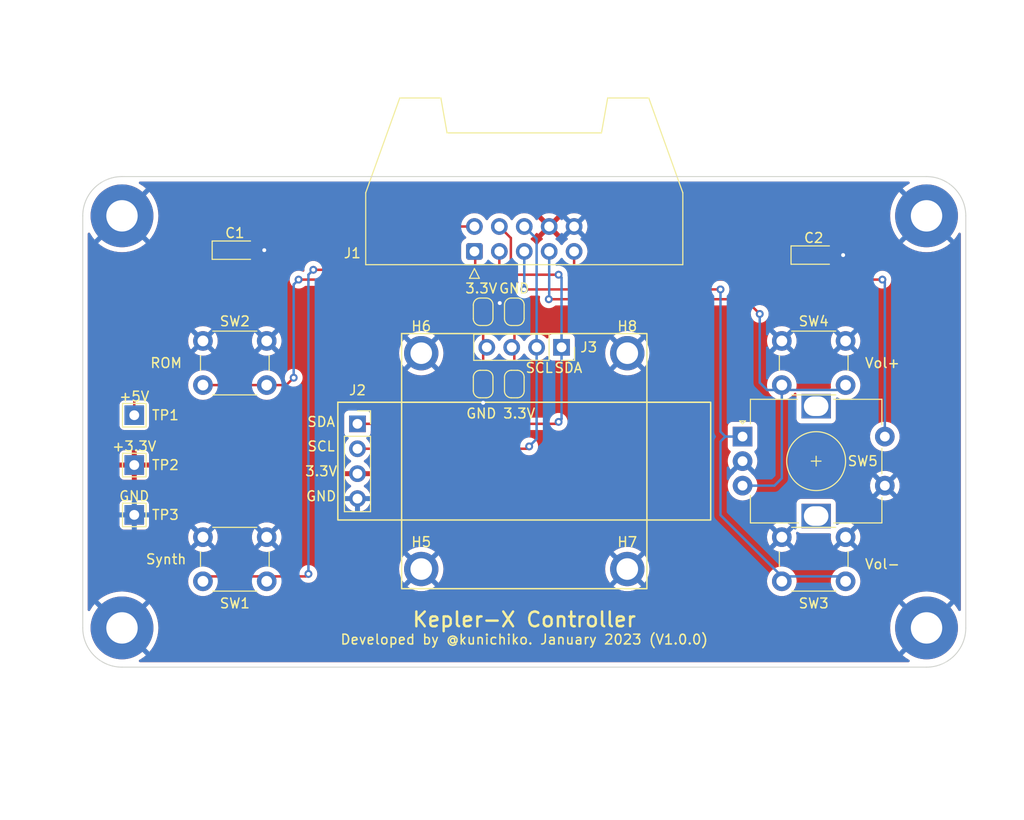
<source format=kicad_pcb>
(kicad_pcb (version 20211014) (generator pcbnew)
  (layers (0 "F.Cu" signal) (31 "B.Cu" signal) (34 "B.Paste" user) (35 "F.Paste" user) (36 "B.SilkS" user "B.Silkscreen") (37 "F.SilkS" user "F.Silkscreen") (38 "B.Mask" user) (39 "F.Mask" user) (44 "Edge.Cuts" user))
  (net 0 "")
  (net 1 "/+5V")
  (net 2 "GND")
  (net 3 "/+3.3V")
  (net 4 "/BTN1")
  (net 5 "/BTN2")
  (net 6 "/SDA")
  (net 7 "/BTN3")
  (net 8 "/SCL")
  (net 9 "/BTN4")
  (net 10 "/BTN_ENC")
  (net 11 "Net-(J3-Pad4)")
  (net 12 "Net-(J3-Pad3)")
  (footprint "Button_Switch_THT:SW_PUSH_6mm" (layer "F.Cu") (at 161.25 76.25)
    (fp_text reference "SW4" (at 3.25 -2) (layer "F.SilkS"))
    (fp_text value "Vol+" (at 10.25 2.25) (layer "F.SilkS"))
    (fp_line (start 1 5.5) (end 5.5 5.5) (layer "F.SilkS") (width 0.12))
    (fp_line (start -0.25 1.5) (end -0.25 3) (layer "F.SilkS") (width 0.12))
    (fp_line (start 5.5 -1) (end 1 -1) (layer "F.SilkS") (width 0.12))
    (fp_line (start 6.75 3) (end 6.75 1.5) (layer "F.SilkS") (width 0.12))
    (pad "1" thru_hole circle (at 0 0 90) (size 2 2) (drill 1.1) (layers *.Cu *.Mask) (net 2 "GND"))
    (pad "1" thru_hole circle (at 6.5 0 90) (size 2 2) (drill 1.1) (layers *.Cu *.Mask) (net 2 "GND"))
    (pad "2" thru_hole circle (at 6.5 4.5 90) (size 2 2) (drill 1.1) (layers *.Cu *.Mask) (net 9 "/BTN4"))
    (pad "2" thru_hole circle (at 0 4.5 90) (size 2 2) (drill 1.1) (layers *.Cu *.Mask) (net 9 "/BTN4"))
  )
  (footprint "TestPoint:TestPoint_THTPad_2.0x2.0mm_Drill1.0mm" (layer "F.Cu") (at 95.25 93.98)
    (fp_text reference "TP3" (at 3.175 0) (layer "F.SilkS"))
    (fp_text value "GND" (at 0 -1.905) (layer "F.SilkS"))
    (fp_line (start -1.2 1.2) (end -1.2 -1.2) (layer "F.SilkS") (width 0.12))
    (fp_line (start 1.2 1.2) (end -1.2 1.2) (layer "F.SilkS") (width 0.12))
    (fp_line (start -1.2 -1.2) (end 1.2 -1.2) (layer "F.SilkS") (width 0.12))
    (fp_line (start 1.2 -1.2) (end 1.2 1.2) (layer "F.SilkS") (width 0.12))
    (pad "1" thru_hole rect (at 0 0) (size 2 2) (drill 1) (layers *.Cu *.Mask) (net 2 "GND"))
  )
  (footprint "MountingHole:MountingHole_2.2mm_M2_ISO7380_Pad" (layer "F.Cu") (at 145.5 77.5)
    (fp_text reference "H8" (at 0 -2.75) (layer "F.SilkS"))
    (fp_text value "MountingHole_Pad")
    (pad "1" thru_hole circle (at 0 0) (size 3.5 3.5) (drill 2.2) (layers *.Cu *.Mask) (net 2 "GND"))
  )
  (footprint "Button_Switch_THT:SW_PUSH_6mm" (layer "F.Cu") (at 102.25 96.25)
    (fp_text reference "SW1" (at 3.25 6.75) (layer "F.SilkS"))
    (fp_text value "Synth" (at -3.75 2.25) (layer "F.SilkS"))
    (fp_line (start -0.25 1.5) (end -0.25 3) (layer "F.SilkS") (width 0.12))
    (fp_line (start 5.5 -1) (end 1 -1) (layer "F.SilkS") (width 0.12))
    (fp_line (start 1 5.5) (end 5.5 5.5) (layer "F.SilkS") (width 0.12))
    (fp_line (start 6.75 3) (end 6.75 1.5) (layer "F.SilkS") (width 0.12))
    (pad "1" thru_hole circle (at 6.5 0 90) (size 2 2) (drill 1.1) (layers *.Cu *.Mask) (net 2 "GND"))
    (pad "1" thru_hole circle (at 0 0 90) (size 2 2) (drill 1.1) (layers *.Cu *.Mask) (net 2 "GND"))
    (pad "2" thru_hole circle (at 0 4.5 90) (size 2 2) (drill 1.1) (layers *.Cu *.Mask) (net 4 "/BTN1"))
    (pad "2" thru_hole circle (at 6.5 4.5 90) (size 2 2) (drill 1.1) (layers *.Cu *.Mask) (net 4 "/BTN1"))
  )
  (footprint "Capacitor_Tantalum_SMD:CP_EIA-3216-10_Kemet-I" (layer "F.Cu") (at 164.5 67.5)
    (fp_text reference "C2" (at 0 -1.75) (layer "F.SilkS"))
    (fp_text value "10uF")
    (fp_line (start -2.31 -0.935) (end -2.31 0.935) (layer "F.SilkS") (width 0.12))
    (fp_line (start 1.6 -0.935) (end -2.31 -0.935) (layer "F.SilkS") (width 0.12))
    (fp_line (start -2.31 0.935) (end 1.6 0.935) (layer "F.SilkS") (width 0.12))
    (pad "1" smd roundrect (at -1.35 0) (size 1.4 1.35) (layers "F.Cu" "F.Paste" "F.Mask") (roundrect_rratio 0.1851851852) (net 3 "/+3.3V"))
    (pad "2" smd roundrect (at 1.35 0) (size 1.4 1.35) (layers "F.Cu" "F.Paste" "F.Mask") (roundrect_rratio 0.1851851852) (net 2 "GND"))
  )
  (footprint "MountingHole:MountingHole_2.2mm_M2_ISO7380_Pad" (layer "F.Cu") (at 145.5 99.5)
    (fp_text reference "H7" (at 0 -2.75) (layer "F.SilkS"))
    (fp_text value "MountingHole_Pad")
    (pad "1" thru_hole circle (at 0 0) (size 3.5 3.5) (drill 2.2) (layers *.Cu *.Mask) (net 2 "GND"))
  )
  (footprint "Jumper:SolderJumper-2_P1.3mm_Open_RoundedPad1.0x1.5mm" (layer "F.Cu") (at 130.81 80.645 -90)
    (fp_text reference "JP4" hide)
    (fp_text value "GND" (at 3 0.19 180) (layer "F.SilkS"))
    (fp_line (start -1.4 0.3) (end -1.4 -0.3) (layer "F.SilkS") (width 0.12))
    (fp_line (start 0.7 1) (end -0.7 1) (layer "F.SilkS") (width 0.12))
    (fp_line (start -0.7 -1) (end 0.7 -1) (layer "F.SilkS") (width 0.12))
    (fp_line (start 1.4 -0.3) (end 1.4 0.3) (layer "F.SilkS") (width 0.12))
    (fp_arc (start 1.4 0.3) (mid 1.194975 0.794975) (end 0.7 1) (layer "F.SilkS") (width 0.12))
    (fp_arc (start 0.7 -1) (mid 1.194975 -0.794975) (end 1.4 -0.3) (layer "F.SilkS") (width 0.12))
    (fp_arc (start -1.4 -0.3) (mid -1.194975 -0.794975) (end -0.7 -1) (layer "F.SilkS") (width 0.12))
    (fp_arc (start -0.7 1) (mid -1.194975 0.794975) (end -1.4 0.3) (layer "F.SilkS") (width 0.12))
    (pad "1" smd custom (at -0.65 0 270) (size 1 0.5) (layers "F.Cu" "F.Mask") (net 11 "Net-(J3-Pad4)") (options (clearance outline) (anchor rect)) (primitives (gr_circle (center 0 0.25) (end 0.5 0.25) (width 0) (fill yes)) (gr_circle (center 0 -0.25) (end 0.5 -0.25) (width 0) (fill yes)) (gr_poly (pts (xy 0.5 0.75) (xy 0 0.75) (xy 0 -0.75) (xy 0.5 -0.75)) (width 0) (fill yes))))
    (pad "2" smd custom (at 0.65 0 270) (size 1 0.5) (layers "F.Cu" "F.Mask") (net 2 "GND") (options (clearance outline) (anchor rect)) (primitives (gr_circle (center 0 0.25) (end 0.5 0.25) (width 0) (fill yes)) (gr_circle (center 0 -0.25) (end 0.5 -0.25) (width 0) (fill yes)) (gr_poly (pts (xy 0 0.75) (xy -0.5 0.75) (xy -0.5 -0.75) (xy 0 -0.75)) (width 0) (fill yes))))
  )
  (footprint "TestPoint:TestPoint_THTPad_2.0x2.0mm_Drill1.0mm" (layer "F.Cu") (at 95.25 88.9)
    (fp_text reference "TP2" (at 3.175 0) (layer "F.SilkS"))
    (fp_text value "+3.3V" (at 0 -1.905) (layer "F.SilkS"))
    (fp_line (start -1.2 1.2) (end -1.2 -1.2) (layer "F.SilkS") (width 0.12))
    (fp_line (start -1.2 -1.2) (end 1.2 -1.2) (layer "F.SilkS") (width 0.12))
    (fp_line (start 1.2 1.2) (end -1.2 1.2) (layer "F.SilkS") (width 0.12))
    (fp_line (start 1.2 -1.2) (end 1.2 1.2) (layer "F.SilkS") (width 0.12))
    (pad "1" thru_hole rect (at 0 0) (size 2 2) (drill 1) (layers *.Cu *.Mask) (net 3 "/+3.3V"))
  )
  (footprint "MountingHole:MountingHole_2.2mm_M2_ISO7380_Pad" (layer "F.Cu") (at 124.5 77.5)
    (fp_text reference "H6" (at 0 -2.75) (layer "F.SilkS"))
    (fp_text value "MountingHole_Pad")
    (pad "1" thru_hole circle (at 0 0) (size 3.5 3.5) (drill 2.2) (layers *.Cu *.Mask) (net 2 "GND"))
  )
  (footprint "Capacitor_Tantalum_SMD:CP_EIA-3216-10_Kemet-I" (layer "F.Cu") (at 105.5 67)
    (fp_text reference "C1" (at 0 -1.75) (layer "F.SilkS"))
    (fp_text value "10uF")
    (fp_line (start 1.6 -0.935) (end -2.31 -0.935) (layer "F.SilkS") (width 0.12))
    (fp_line (start -2.31 0.935) (end 1.6 0.935) (layer "F.SilkS") (width 0.12))
    (fp_line (start -2.31 -0.935) (end -2.31 0.935) (layer "F.SilkS") (width 0.12))
    (pad "1" smd roundrect (at -1.35 0) (size 1.4 1.35) (layers "F.Cu" "F.Paste" "F.Mask") (roundrect_rratio 0.1851851852) (net 1 "/+5V"))
    (pad "2" smd roundrect (at 1.35 0) (size 1.4 1.35) (layers "F.Cu" "F.Paste" "F.Mask") (roundrect_rratio 0.1851851852) (net 2 "GND"))
  )
  (footprint "Rotary_Encoder:RotaryEncoder_Alps_EC12E-Switch_Vertical_H20mm" (layer "F.Cu") (at 157.25 86)
    (fp_text reference "SW5" (at 12.25 2.5) (layer "F.SilkS"))
    (fp_text value "RotaryEncoder_Switch")
    (fp_line (start 7.5 2) (end 7.5 3) (layer "F.SilkS") (width 0.12))
    (fp_line (start 14.2 1.2) (end 14.2 3.8) (layer "F.SilkS") (width 0.12))
    (fp_line (start 9.3 -3.8) (end 14.2 -3.8) (layer "F.SilkS") (width 0.12))
    (fp_line (start 14.2 8.8) (end 9.3 8.8) (layer "F.SilkS") (width 0.12))
    (fp_line (start 5.7 8.8) (end 0.8 8.8) (layer "F.SilkS") (width 0.12))
    (fp_line (start 14.2 -3.8) (end 14.2 -1.2) (layer "F.SilkS") (width 0.12))
    (fp_line (start 7 2.5) (end 8 2.5) (layer "F.SilkS") (width 0.12))
    (fp_line (start -0.3 -1.6) (end 0.3 -1.6) (layer "F.SilkS") (width 0.12))
    (fp_line (start 5.6 -3.8) (end 0.8 -3.8) (layer "F.SilkS") (width 0.12))
    (fp_line (start 0.3 -1.6) (end 0 -1.3) (layer "F.SilkS") (width 0.12))
    (fp_line (start 0 -1.3) (end -0.3 -1.6) (layer "F.SilkS") (width 0.12))
    (fp_line (start 0.8 -3.8) (end 0.8 -1.3) (layer "F.SilkS") (width 0.12))
    (fp_line (start 14.2 6.2) (end 14.2 8.8) (layer "F.SilkS") (width 0.12))
    (fp_line (start 0.8 8.8) (end 0.8 6) (layer "F.SilkS") (width 0.12))
    (fp_circle (center 7.5 2.5) (end 10.5 2.5) (layer "F.SilkS") (width 0.12) (fill none))
    (pad "A" thru_hole rect (at 0 0) (size 2 2) (drill 1) (layers *.Cu *.Mask) (net 7 "/BTN3"))
    (pad "B" thru_hole circle (at 0 5) (size 2 2) (drill 1) (layers *.Cu *.Mask) (net 9 "/BTN4"))
    (pad "C" thru_hole circle (at 0 2.5) (size 2 2) (drill 1) (layers *.Cu *.Mask) (net 2 "GND"))
    (pad "MP" thru_hole rect (at 7.5 -3.1) (size 3 2.5) (drill oval 2.5 2) (layers *.Cu *.Mask))
    (pad "MP" thru_hole rect (at 7.5 8.1) (size 3 2.5) (drill oval 2.5 2) (layers *.Cu *.Mask))
    (pad "S1" thru_hole circle (at 14.5 0) (size 2 2) (drill 1) (layers *.Cu *.Mask) (net 10 "/BTN_ENC"))
    (pad "S2" thru_hole circle (at 14.5 5) (size 2 2) (drill 1) (layers *.Cu *.Mask) (net 2 "GND"))
  )
  (footprint "Connector_PinSocket_2.54mm:PinSocket_1x04_P2.54mm_Vertical" (layer "F.Cu") (at 118 84.7)
    (fp_text reference "J2" (at 0 -3.42) (layer "F.SilkS"))
    (fp_text value "Conn_01x04")
    (fp_line (start 1.33 -1.33) (end 1.33 0) (layer "F.SilkS") (width 0.12))
    (fp_line (start -1.33 1.27) (end 1.33 1.27) (layer "F.SilkS") (width 0.12))
    (fp_line (start 1.33 1.27) (end 1.33 8.95) (layer "F.SilkS") (width 0.12))
    (fp_line (start -1.33 8.95) (end 1.33 8.95) (layer "F.SilkS") (width 0.12))
    (fp_line (start 0 -1.33) (end 1.33 -1.33) (layer "F.SilkS") (width 0.12))
    (fp_line (start -1.33 1.27) (end -1.33 8.95) (layer "F.SilkS") (width 0.12))
    (pad "1" thru_hole rect (at 0 0) (size 1.7 1.7) (drill 1) (layers *.Cu *.Mask) (net 6 "/SDA"))
    (pad "2" thru_hole oval (at 0 2.54) (size 1.7 1.7) (drill 1) (layers *.Cu *.Mask) (net 8 "/SCL"))
    (pad "3" thru_hole oval (at 0 5.08) (size 1.7 1.7) (drill 1) (layers *.Cu *.Mask) (net 3 "/+3.3V"))
    (pad "4" thru_hole oval (at 0 7.62) (size 1.7 1.7) (drill 1) (layers *.Cu *.Mask) (net 2 "GND"))
  )
  (footprint "MountingHole:MountingHole_2.2mm_M2_ISO7380_Pad" (layer "F.Cu") (at 124.5 99.5)
    (fp_text reference "H5" (at 0 -2.75) (layer "F.SilkS"))
    (fp_text value "MountingHole_Pad")
    (pad "1" thru_hole circle (at 0 0) (size 3.5 3.5) (drill 2.2) (layers *.Cu *.Mask) (net 2 "GND"))
  )
  (footprint "MountingHole:MountingHole_3.2mm_M3_Pad" (layer "F.Cu") (at 94 63.5)
    (fp_text reference "H1" hide)
    (fp_text value "MountingHole_Pad")
    (pad "1" thru_hole circle (at 0 0) (size 6.4 6.4) (drill 3.2) (layers *.Cu *.Mask) (net 2 "GND"))
  )
  (footprint "MountingHole:MountingHole_3.2mm_M3_Pad" (layer "F.Cu") (at 176 63.5)
    (fp_text reference "H2" hide)
    (fp_text value "MountingHole_Pad")
    (pad "1" thru_hole circle (at 0 0) (size 6.4 6.4) (drill 3.2) (layers *.Cu *.Mask) (net 2 "GND"))
  )
  (footprint "Jumper:SolderJumper-2_P1.3mm_Open_RoundedPad1.0x1.5mm" (layer "F.Cu") (at 133.985 73.279 90)
    (fp_text reference "JP2" hide)
    (fp_text value "GND" (at 2.38 -0.015 180) (layer "F.SilkS"))
    (fp_line (start -0.7 -1) (end 0.7 -1) (layer "F.SilkS") (width 0.12))
    (fp_line (start 1.4 -0.3) (end 1.4 0.3) (layer "F.SilkS") (width 0.12))
    (fp_line (start 0.7 1) (end -0.7 1) (layer "F.SilkS") (width 0.12))
    (fp_line (start -1.4 0.3) (end -1.4 -0.3) (layer "F.SilkS") (width 0.12))
    (fp_arc (start -0.7 1) (mid -1.194975 0.794975) (end -1.4 0.3) (layer "F.SilkS") (width 0.12))
    (fp_arc (start 0.7 -1) (mid 1.194975 -0.794975) (end 1.4 -0.3) (layer "F.SilkS") (width 0.12))
    (fp_arc (start 1.4 0.3) (mid 1.194975 0.794975) (end 0.7 1) (layer "F.SilkS") (width 0.12))
    (fp_arc (start -1.4 -0.3) (mid -1.194975 -0.794975) (end -0.7 -1) (layer "F.SilkS") (width 0.12))
    (pad "1" smd custom (at -0.65 0 90) (size 1 0.5) (layers "F.Cu" "F.Mask") (net 12 "Net-(J3-Pad3)") (options (clearance outline) (anchor rect)) (primitives (gr_circle (center 0 0.25) (end 0.5 0.25) (width 0) (fill yes)) (gr_circle (center 0 -0.25) (end 0.5 -0.25) (width 0) (fill yes)) (gr_poly (pts (xy 0.5 0.75) (xy 0 0.75) (xy 0 -0.75) (xy 0.5 -0.75)) (width 0) (fill yes))))
    (pad "2" smd custom (at 0.65 0 90) (size 1 0.5) (layers "F.Cu" "F.Mask") (net 2 "GND") (options (clearance outline) (anchor rect)) (primitives (gr_circle (center 0 0.25) (end 0.5 0.25) (width 0) (fill yes)) (gr_circle (center 0 -0.25) (end 0.5 -0.25) (width 0) (fill yes)) (gr_poly (pts (xy 0 0.75) (xy -0.5 0.75) (xy -0.5 -0.75) (xy 0 -0.75)) (width 0) (fill yes))))
  )
  (footprint "TestPoint:TestPoint_THTPad_2.0x2.0mm_Drill1.0mm" (layer "F.Cu") (at 95.25 83.82)
    (fp_text reference "TP1" (at 3.175 0) (layer "F.SilkS"))
    (fp_text value "+5V" (at 0 -1.905) (layer "F.SilkS"))
    (fp_line (start -1.2 1.2) (end -1.2 -1.2) (layer "F.SilkS") (width 0.12))
    (fp_line (start 1.2 -1.2) (end 1.2 1.2) (layer "F.SilkS") (width 0.12))
    (fp_line (start 1.2 1.2) (end -1.2 1.2) (layer "F.SilkS") (width 0.12))
    (fp_line (start -1.2 -1.2) (end 1.2 -1.2) (layer "F.SilkS") (width 0.12))
    (pad "1" thru_hole rect (at 0 0) (size 2 2) (drill 1) (layers *.Cu *.Mask) (net 1 "/+5V"))
  )
  (footprint "Button_Switch_THT:SW_PUSH_6mm" (layer "F.Cu") (at 161.25 96.25)
    (fp_text reference "SW3" (at 3.25 6.75) (layer "F.SilkS"))
    (fp_text value "Vol-" (at 10.25 2.75) (layer "F.SilkS"))
    (fp_line (start 1 5.5) (end 5.5 5.5) (layer "F.SilkS") (width 0.12))
    (fp_line (start -0.25 1.5) (end -0.25 3) (layer "F.SilkS") (width 0.12))
    (fp_line (start 6.75 3) (end 6.75 1.5) (layer "F.SilkS") (width 0.12))
    (fp_line (start 5.5 -1) (end 1 -1) (layer "F.SilkS") (width 0.12))
    (pad "1" thru_hole circle (at 0 0 90) (size 2 2) (drill 1.1) (layers *.Cu *.Mask) (net 2 "GND"))
    (pad "1" thru_hole circle (at 6.5 0 90) (size 2 2) (drill 1.1) (layers *.Cu *.Mask) (net 2 "GND"))
    (pad "2" thru_hole circle (at 0 4.5 90) (size 2 2) (drill 1.1) (layers *.Cu *.Mask) (net 7 "/BTN3"))
    (pad "2" thru_hole circle (at 6.5 4.5 90) (size 2 2) (drill 1.1) (layers *.Cu *.Mask) (net 7 "/BTN3"))
  )
  (footprint "Jumper:SolderJumper-2_P1.3mm_Open_RoundedPad1.0x1.5mm" (layer "F.Cu") (at 133.985 80.645 90)
    (fp_text reference "JP3" hide)
    (fp_text value "3.3V" (at -3 0.5 180) (layer "F.SilkS"))
    (fp_line (start -0.7 -1) (end 0.7 -1) (layer "F.SilkS") (width 0.12))
    (fp_line (start -1.4 0.3) (end -1.4 -0.3) (layer "F.SilkS") (width 0.12))
    (fp_line (start 0.7 1) (end -0.7 1) (layer "F.SilkS") (width 0.12))
    (fp_line (start 1.4 -0.3) (end 1.4 0.3) (layer "F.SilkS") (width 0.12))
    (fp_arc (start 1.4 0.3) (mid 1.194975 0.794975) (end 0.7 1) (layer "F.SilkS") (width 0.12))
    (fp_arc (start 0.7 -1) (mid 1.194975 -0.794975) (end 1.4 -0.3) (layer "F.SilkS") (width 0.12))
    (fp_arc (start -0.7 1) (mid -1.194975 0.794975) (end -1.4 0.3) (layer "F.SilkS") (width 0.12))
    (fp_arc (start -1.4 -0.3) (mid -1.194975 -0.794975) (end -0.7 -1) (layer "F.SilkS") (width 0.12))
    (pad "1" smd custom (at -0.65 0 90) (size 1 0.5) (layers "F.Cu" "F.Mask") (net 3 "/+3.3V") (options (clearance outline) (anchor rect)) (primitives (gr_circle (center 0 0.25) (end 0.5 0.25) (width 0) (fill yes)) (gr_circle (center 0 -0.25) (end 0.5 -0.25) (width 0) (fill yes)) (gr_poly (pts (xy 0.5 0.75) (xy 0 0.75) (xy 0 -0.75) (xy 0.5 -0.75)) (width 0) (fill yes))))
    (pad "2" smd custom (at 0.65 0 90) (size 1 0.5) (layers "F.Cu" "F.Mask") (net 12 "Net-(J3-Pad3)") (options (clearance outline) (anchor rect)) (primitives (gr_circle (center 0 0.25) (end 0.5 0.25) (width 0) (fill yes)) (gr_circle (center 0 -0.25) (end 0.5 -0.25) (width 0) (fill yes)) (gr_poly (pts (xy 0 0.75) (xy -0.5 0.75) (xy -0.5 -0.75) (xy 0 -0.75)) (width 0) (fill yes))))
  )
  (footprint "Button_Switch_THT:SW_PUSH_6mm" (layer "F.Cu") (at 102.25 76.25)
    (fp_text reference "SW2" (at 3.25 -2) (layer "F.SilkS"))
    (fp_text value "ROM" (at -3.75 2.25) (layer "F.SilkS"))
    (fp_line (start 5.5 -1) (end 1 -1) (layer "F.SilkS") (width 0.12))
    (fp_line (start 1 5.5) (end 5.5 5.5) (layer "F.SilkS") (width 0.12))
    (fp_line (start -0.25 1.5) (end -0.25 3) (layer "F.SilkS") (width 0.12))
    (fp_line (start 6.75 3) (end 6.75 1.5) (layer "F.SilkS") (width 0.12))
    (pad "1" thru_hole circle (at 0 0 90) (size 2 2) (drill 1.1) (layers *.Cu *.Mask) (net 2 "GND"))
    (pad "1" thru_hole circle (at 6.5 0 90) (size 2 2) (drill 1.1) (layers *.Cu *.Mask) (net 2 "GND"))
    (pad "2" thru_hole circle (at 0 4.5 90) (size 2 2) (drill 1.1) (layers *.Cu *.Mask) (net 5 "/BTN2"))
    (pad "2" thru_hole circle (at 6.5 4.5 90) (size 2 2) (drill 1.1) (layers *.Cu *.Mask) (net 5 "/BTN2"))
  )
  (footprint "MountingHole:MountingHole_3.2mm_M3_Pad" (layer "F.Cu") (at 176 105.5)
    (fp_text reference "H4" hide)
    (fp_text value "MountingHole_Pad")
    (pad "1" thru_hole circle (at 0 0) (size 6.4 6.4) (drill 3.2) (layers *.Cu *.Mask) (net 2 "GND"))
  )
  (footprint "Connector_PinSocket_2.54mm:PinSocket_1x04_P2.54mm_Vertical" (layer "F.Cu") (at 138.8 76.9 -90)
    (fp_text reference "J3" (at 0 -2.77) (layer "F.SilkS"))
    (fp_text value "Conn_01x04")
    (fp_line (start 1.33 1.27) (end 1.33 8.95) (layer "F.SilkS") (width 0.12))
    (fp_line (start -1.33 1.27) (end -1.33 8.95) (layer "F.SilkS") (width 0.12))
    (fp_line (start -1.33 8.95) (end 1.33 8.95) (layer "F.SilkS") (width 0.12))
    (fp_line (start 0 -1.33) (end 1.33 -1.33) (layer "F.SilkS") (width 0.12))
    (fp_line (start 1.33 -1.33) (end 1.33 0) (layer "F.SilkS") (width 0.12))
    (fp_line (start -1.33 1.27) (end 1.33 1.27) (layer "F.SilkS") (width 0.12))
    (pad "1" thru_hole rect (at 0 0 270) (size 1.7 1.7) (drill 1) (layers *.Cu *.Mask) (net 6 "/SDA"))
    (pad "2" thru_hole oval (at 0 2.54 270) (size 1.7 1.7) (drill 1) (layers *.Cu *.Mask) (net 8 "/SCL"))
    (pad "3" thru_hole oval (at 0 5.08 270) (size 1.7 1.7) (drill 1) (layers *.Cu *.Mask) (net 12 "Net-(J3-Pad3)"))
    (pad "4" thru_hole oval (at 0 7.62 270) (size 1.7 1.7) (drill 1) (layers *.Cu *.Mask) (net 11 "Net-(J3-Pad4)"))
  )
  (footprint "Jumper:SolderJumper-2_P1.3mm_Open_RoundedPad1.0x1.5mm" (layer "F.Cu") (at 130.81 73.279 -90)
    (fp_text reference "JP1" hide)
    (fp_text value "3.3V" (at -2.38 0.19 180) (layer "F.SilkS"))
    (fp_line (start 0.7 1) (end -0.7 1) (layer "F.SilkS") (width 0.12))
    (fp_line (start -1.4 0.3) (end -1.4 -0.3) (layer "F.SilkS") (width 0.12))
    (fp_line (start 1.4 -0.3) (end 1.4 0.3) (layer "F.SilkS") (width 0.12))
    (fp_line (start -0.7 -1) (end 0.7 -1) (layer "F.SilkS") (width 0.12))
    (fp_arc (start -1.4 -0.3) (mid -1.194975 -0.794975) (end -0.7 -1) (layer "F.SilkS") (width 0.12))
    (fp_arc (start 1.4 0.3) (mid 1.194975 0.794975) (end 0.7 1) (layer "F.SilkS") (width 0.12))
    (fp_arc (start -0.7 1) (mid -1.194975 0.794975) (end -1.4 0.3) (layer "F.SilkS") (width 0.12))
    (fp_arc (start 0.7 -1) (mid 1.194975 -0.794975) (end 1.4 -0.3) (layer "F.SilkS") (width 0.12))
    (pad "1" smd custom (at -0.65 0 270) (size 1 0.5) (layers "F.Cu" "F.Mask") (net 3 "/+3.3V") (options (clearance outline) (anchor rect)) (primitives (gr_circle (center 0 0.25) (end 0.5 0.25) (width 0) (fill yes)) (gr_circle (center 0 -0.25) (end 0.5 -0.25) (width 0) (fill yes)) (gr_poly (pts (xy 0.5 0.75) (xy 0 0.75) (xy 0 -0.75) (xy 0.5 -0.75)) (width 0) (fill yes))))
    (pad "2" smd custom (at 0.65 0 270) (size 1 0.5) (layers "F.Cu" "F.Mask") (net 11 "Net-(J3-Pad4)") (options (clearance outline) (anchor rect)) (primitives (gr_circle (center 0 0.25) (end 0.5 0.25) (width 0) (fill yes)) (gr_circle (center 0 -0.25) (end 0.5 -0.25) (width 0) (fill yes)) (gr_poly (pts (xy 0 0.75) (xy -0.5 0.75) (xy -0.5 -0.75) (xy 0 -0.75)) (width 0) (fill yes))))
  )
  (footprint "Connector_IDC:IDC-Header_2x05_P2.54mm_Latch_Horizontal" (layer "F.Cu") (at 129.92 67.1275 90)
    (fp_text reference "J1" (at -0.1825 -12.445 180) (layer "F.SilkS"))
    (fp_text value "Conn_02x05_Odd_Even")
    (fp_line (start 15.64 17.77) (end 5.98 21.24) (layer "F.SilkS") (width 0.12))
    (fp_line (start 15.64 -3.42) (end 12.08 -2.79) (layer "F.SilkS") (width 0.12))
    (fp_line (start 15.64 -7.61) (end 15.64 -3.42) (layer "F.SilkS") (width 0.12))
    (fp_line (start -2.74 -0.5) (end -2.74 0.5) (layer "F.SilkS") (width 0.12))
    (fp_line (start -1.74 0) (end -2.74 -0.5) (layer "F.SilkS") (width 0.12))
    (fp_line (start -1.35 21.24) (end -1.35 -11.08) (layer "F.SilkS") (width 0.12))
    (fp_line (start 15.64 13.58) (end 15.64 17.77) (layer "F.SilkS") (width 0.12))
    (fp_line (start 5.98 21.24) (end -1.35 21.24) (layer "F.SilkS") (width 0.12))
    (fp_line (start -1.35 -11.08) (end 5.98 -11.08) (layer "F.SilkS") (width 0.12))
    (fp_line (start 5.98 -11.08) (end 15.64 -7.61) (layer "F.SilkS") (width 0.12))
    (fp_line (start 12.08 12.95) (end 15.64 13.58) (layer "F.SilkS") (width 0.12))
    (fp_line (start -2.74 0.5) (end -1.74 0) (layer "F.SilkS") (width 0.12))
    (fp_line (start 12.08 -2.79) (end 12.08 12.95) (layer "F.SilkS") (width 0.12))
    (pad "1" thru_hole roundrect (at 0 0 90) (size 1.7 1.7) (drill 1) (layers *.Cu *.Mask) (roundrect_rratio 0.1470588235) (net 4 "/BTN1"))
    (pad "2" thru_hole circle (at 2.54 0 90) (size 1.7 1.7) (drill 1) (layers *.Cu *.Mask) (net 1 "/+5V"))
    (pad "3" thru_hole circle (at 0 2.54 90) (size 1.7 1.7) (drill 1) (layers *.Cu *.Mask) (net 5 "/BTN2"))
    (pad "4" thru_hole circle (at 2.54 2.54 90) (size 1.7 1.7) (drill 1) (layers *.Cu *.Mask) (net 6 "/SDA"))
    (pad "5" thru_hole circle (at 0 5.08 90) (size 1.7 1.7) (drill 1) (layers *.Cu *.Mask) (net 7 "/BTN3"))
    (pad "6" thru_hole circle (at 2.54 5.08 90) (size 1.7 1.7) (drill 1) (layers *.Cu *.Mask) (net 8 "/SCL"))
    (pad "7" thru_hole circle (at 0 7.62 90) (size 1.7 1.7) (drill 1) (layers *.Cu *.Mask) (net 9 "/BTN4"))
    (pad "8" thru_hole circle (at 2.54 7.62 90) (size 1.7 1.7) (drill 1) (layers *.Cu *.Mask) (net 3 "/+3.3V"))
    (pad "9" thru_hole circle (at 0 10.16 90) (size 1.7 1.7) (drill 1) (layers *.Cu *.Mask) (net 10 "/BTN_ENC"))
    (pad "10" thru_hole circle (at 2.54 10.16 90) (size 1.7 1.7) (drill 1) (layers *.Cu *.Mask) (net 2 "GND"))
  )
  (footprint "MountingHole:MountingHole_3.2mm_M3_Pad" (layer "F.Cu") (at 94 105.5)
    (fp_text reference "H3" hide)
    (fp_text value "MountingHole_Pad")
    (pad "1" thru_hole circle (at 0 0) (size 6.4 6.4) (drill 3.2) (layers *.Cu *.Mask) (net 2 "GND"))
  )
  (gr_rect (start 116 82.5) (end 154 94.5) (layer "F.SilkS") (width 0.15) (fill none))
  (gr_rect (start 122.5 75.5) (end 147.5 101.5) (layer "F.SilkS") (width 0.15) (fill none))
  (gr_line (start 180 63.5) (end 180 105.5) (layer "Edge.Cuts") (width 0.1))
  (gr_arc (start 94 109.5) (mid 91.171573 108.328427) (end 90 105.5) (layer "Edge.Cuts") (width 0.1))
  (gr_line (start 94 59.5) (end 176 59.5) (layer "Edge.Cuts") (width 0.1))
  (gr_line (start 176 109.5) (end 94 109.5) (layer "Edge.Cuts") (width 0.1))
  (gr_arc (start 176 59.5) (mid 178.828427 60.671573) (end 180 63.5) (layer "Edge.Cuts") (width 0.1))
  (gr_arc (start 90 63.5) (mid 91.171573 60.671573) (end 94 59.5) (layer "Edge.Cuts") (width 0.1))
  (gr_line (start 90 105.5) (end 90 63.5) (layer "Edge.Cuts") (width 0.1))
  (gr_arc (start 180 105.5) (mid 178.828427 108.328427) (end 176 109.5) (layer "Edge.Cuts") (width 0.1))
  (gr_text "3.3V" (at 114.3 89.535) (layer "F.SilkS") (effects (font (size 1 1))))
  (gr_text "SCL" (at 114.3 86.995) (layer "F.SilkS") (effects (font (size 1 1))))
  (gr_text "Developed by @kunichiko. January 2023 (V1.0.0)" (at 135.001 106.68) (layer "F.SilkS") (effects (font (size 1 1))))
  (gr_text "SDA" (at 139.5 79) (layer "F.SilkS") (effects (font (size 1 1))))
  (gr_text "GND" (at 114.3 92.075) (layer "F.SilkS") (effects (font (size 1 1))))
  (gr_text "SDA" (at 114.3 84.5) (layer "F.SilkS") (effects (font (size 1 1))))
  (gr_text "SCL" (at 136.525 79) (layer "F.SilkS") (effects (font (size 1 1))))
  (gr_text "Kepler-X Controller" (at 135.001 104.648) (layer "F.SilkS") (effects (font (size 1.5 1.5) (thickness 0.25))))
  (segment (start 95.25 72.39) (end 96.52 71.12) (width 0.25) (layer "F.Cu") (net 1))
  (segment (start 104.15 67) (end 104.15 65.415) (width 0.25) (layer "F.Cu") (net 1))
  (segment (start 102.87 71.12) (end 104.15 69.84) (width 0.25) (layer "F.Cu") (net 1))
  (segment (start 104.9575 64.5875) (end 129.92 64.5875) (width 0.25) (layer "F.Cu") (net 1))
  (segment (start 104.14 65.405) (end 104.9575 64.5875) (width 0.25) (layer "F.Cu") (net 1))
  (segment (start 96.52 71.12) (end 102.87 71.12) (width 0.25) (layer "F.Cu") (net 1))
  (segment (start 104.15 69.84) (end 104.15 67) (width 0.25) (layer "F.Cu") (net 1))
  (segment (start 104.15 65.415) (end 104.14 65.405) (width 0.25) (layer "F.Cu") (net 1))
  (segment (start 95.25 83.82) (end 95.25 72.39) (width 0.25) (layer "F.Cu") (net 1))
  (segment (start 106.85 67) (end 108.5 67) (width 0.25) (layer "F.Cu") (net 2))
  (segment (start 132.739 72.629) (end 132.5 72.39) (width 0.25) (layer "F.Cu") (net 2))
  (segment (start 133.985 72.629) (end 132.739 72.629) (width 0.25) (layer "F.Cu") (net 2))
  (segment (start 165.85 67.5) (end 167.5 67.5) (width 0.25) (layer "F.Cu") (net 2))
  (segment (start 130.81 81.295) (end 130.81 82.55) (width 0.25) (layer "F.Cu") (net 2))
  (via (at 130.81 82.55) (size 0.8) (drill 0.4) (layers "F.Cu" "B.Cu") (net 2))
  (via (at 167.5 67.5) (size 0.8) (drill 0.4) (layers "F.Cu" "B.Cu") (net 2))
  (via (at 132.5 72.39) (size 0.8) (drill 0.4) (layers "F.Cu" "B.Cu") (net 2))
  (via (at 108.5 67) (size 0.8) (drill 0.4) (layers "F.Cu" "B.Cu") (net 2))
  (segment (start 102.25 100.25) (end 108.75 100.25) (width 0.25) (layer "F.Cu") (net 4))
  (segment (start 112.75 100.25) (end 113 100) (width 0.25) (layer "F.Cu") (net 4))
  (segment (start 129.5 69) (end 130 68.5) (width 0.25) (layer "F.Cu") (net 4))
  (segment (start 113.5 69) (end 129.5 69) (width 0.25) (layer "F.Cu") (net 4))
  (segment (start 130 68.5) (end 130 67.2075) (width 0.25) (layer "F.Cu") (net 4))
  (segment (start 108.75 100.25) (end 112.75 100.25) (width 0.25) (layer "F.Cu") (net 4))
  (segment (start 130 67.2075) (end 129.92 67.1275) (width 0.25) (layer "F.Cu") (net 4))
  (via (at 113 100) (size 0.8) (drill 0.4) (layers "F.Cu" "B.Cu") (net 4))
  (via (at 113.5 69) (size 0.8) (drill 0.4) (layers "F.Cu" "B.Cu") (net 4))
  (segment (start 113.5 69) (end 113 69.5) (width 0.25) (layer "B.Cu") (net 4))
  (segment (start 113 69.5) (end 113 71.5) (width 0.25) (layer "B.Cu") (net 4))
  (segment (start 113 100) (end 113 71.5) (width 0.25) (layer "B.Cu") (net 4))
  (segment (start 132.46 67.1275) (end 132.46 68.54) (width 0.25) (layer "F.Cu") (net 5))
  (segment (start 131 70) (end 112 70) (width 0.25) (layer "F.Cu") (net 5))
  (segment (start 102.25 80.75) (end 108.75 80.75) (width 0.25) (layer "F.Cu") (net 5))
  (segment (start 108.75 80.75) (end 110.75 80.75) (width 0.25) (layer "F.Cu") (net 5))
  (segment (start 110.75 80.75) (end 111.5 80) (width 0.25) (layer "F.Cu") (net 5))
  (segment (start 132.46 68.54) (end 131 70) (width 0.25) (layer "F.Cu") (net 5))
  (via (at 111.5 80) (size 0.8) (drill 0.4) (layers "F.Cu" "B.Cu") (net 5))
  (via (at 112 70) (size 0.8) (drill 0.4) (layers "F.Cu" "B.Cu") (net 5))
  (segment (start 112 70) (end 111.5 70.5) (width 0.25) (layer "B.Cu") (net 5))
  (segment (start 111.5 70.5) (end 111.5 80) (width 0.25) (layer "B.Cu") (net 5))
  (segment (start 133.634511 65.762011) (end 133.634511 69.134511) (width 0.25) (layer "F.Cu") (net 6))
  (segment (start 133.634511 69.134511) (end 134 69.5) (width 0.25) (layer "F.Cu") (net 6))
  (segment (start 138.3 84.7) (end 138.5 84.5) (width 0.25) (layer "F.Cu") (net 6))
  (segment (start 118 84.7) (end 138.3 84.7) (width 0.25) (layer "F.Cu") (net 6))
  (segment (start 134 69.5) (end 138.5 69.5) (width 0.25) (layer "F.Cu") (net 6))
  (segment (start 132.46 64.5875) (end 133.634511 65.762011) (width 0.25) (layer "F.Cu") (net 6))
  (via (at 138.5 69.5) (size 0.8) (drill 0.4) (layers "F.Cu" "B.Cu") (net 6))
  (via (at 138.5 84.5) (size 0.8) (drill 0.4) (layers "F.Cu" "B.Cu") (net 6))
  (segment (start 138.8 69.8) (end 138.8 76.9) (width 0.25) (layer "B.Cu") (net 6))
  (segment (start 138.8 84.2) (end 138.8 76.9) (width 0.25) (layer "B.Cu") (net 6))
  (segment (start 138.5 84.5) (end 138.8 84.2) (width 0.25) (layer "B.Cu") (net 6))
  (segment (start 138.5 69.5) (end 138.8 69.8) (width 0.25) (layer "B.Cu") (net 6))
  (segment (start 135 71) (end 155 71) (width 0.25) (layer "F.Cu") (net 7))
  (via (at 135 71) (size 0.8) (drill 0.4) (layers "F.Cu" "B.Cu") (net 7))
  (via (at 155 71) (size 0.8) (drill 0.4) (layers "F.Cu" "B.Cu") (net 7))
  (segment (start 155 85.5) (end 155.5 86) (width 0.25) (layer "B.Cu") (net 7))
  (segment (start 155 71) (end 155 85.5) (width 0.25) (layer "B.Cu") (net 7))
  (segment (start 155.5 86) (end 157.25 86) (width 0.25) (layer "B.Cu") (net 7))
  (segment (start 155 94) (end 155 86.5) (width 0.25) (layer "B.Cu") (net 7))
  (segment (start 155 86.5) (end 155.5 86) (width 0.25) (layer "B.Cu") (net 7))
  (segment (start 135 67.1275) (end 135 71) (width 0.25) (layer "B.Cu") (net 7))
  (segment (start 167.75 100.25) (end 161.25 100.25) (width 0.25) (layer "B.Cu") (net 7))
  (segment (start 161.25 100.25) (end 155 94) (width 0.25) (layer "B.Cu") (net 7))
  (segment (start 135.26 87.24) (end 135.5 87) (width 0.25) (layer "F.Cu") (net 8))
  (segment (start 118 87.24) (end 135.26 87.24) (width 0.25) (layer "F.Cu") (net 8))
  (via (at 135.5 87) (size 0.8) (drill 0.4) (layers "F.Cu" "B.Cu") (net 8))
  (segment (start 136.26 65.8475) (end 136.26 76.9) (width 0.25) (layer "B.Cu") (net 8))
  (segment (start 136.26 86.24) (end 136.26 76.9) (width 0.25) (layer "B.Cu") (net 8))
  (segment (start 135 64.5875) (end 136.26 65.8475) (width 0.25) (layer "B.Cu") (net 8))
  (segment (start 135.5 87) (end 136.26 86.24) (width 0.25) (layer "B.Cu") (net 8))
  (segment (start 157.5 72) (end 137.5 72) (width 0.25) (layer "F.Cu") (net 9))
  (segment (start 159 73.5) (end 157.5 72) (width 0.25) (layer "F.Cu") (net 9))
  (via (at 159 73.5) (size 0.8) (drill 0.4) (layers "F.Cu" "B.Cu") (net 9))
  (via (at 137.5 72) (size 0.8) (drill 0.4) (layers "F.Cu" "B.Cu") (net 9))
  (segment (start 157.25 91) (end 160.5 91) (width 0.25) (layer "B.Cu") (net 9))
  (segment (start 161.25 81.25) (end 159.75 81.25) (width 0.25) (layer "B.Cu") (net 9))
  (segment (start 159 80.5) (end 159 73.5) (width 0.25) (layer "B.Cu") (net 9))
  (segment (start 160.5 91) (end 161.25 90.25) (width 0.25) (layer "B.Cu") (net 9))
  (segment (start 167.75 81.25) (end 161.25 81.25) (width 0.25) (layer "B.Cu") (net 9))
  (segment (start 159.75 81.25) (end 159 80.5) (width 0.25) (layer "B.Cu") (net 9))
  (segment (start 137.54 67.1275) (end 137.54 71.96) (width 0.25) (layer "B.Cu") (net 9))
  (segment (start 137.54 71.96) (end 137.5 72) (width 0.25) (layer "B.Cu") (net 9))
  (segment (start 161.25 90.25) (end 161.25 81.25) (width 0.25) (layer "B.Cu") (net 9))
  (segment (start 141.5 70) (end 140.08 68.58) (width 0.25) (layer "F.Cu") (net 10))
  (segment (start 171.5 70) (end 141.5 70) (width 0.25) (layer "F.Cu") (net 10))
  (segment (start 140.08 68.58) (end 140.08 67.1275) (width 0.25) (layer "F.Cu") (net 10))
  (via (at 171.5 70) (size 0.8) (drill 0.4) (layers "F.Cu" "B.Cu") (net 10))
  (segment (start 171.75 86) (end 171.75 70.25) (width 0.25) (layer "B.Cu") (net 10))
  (segment (start 171.75 70.25) (end 171.5 70) (width 0.25) (layer "B.Cu") (net 10))
  (segment (start 130.81 73.929) (end 130.81 76.53) (width 0.25) (layer "F.Cu") (net 11))
  (segment (start 130.81 77.27) (end 130.81 79.995) (width 0.25) (layer "F.Cu") (net 11))
  (segment (start 134 77.18) (end 133.72 76.9) (width 0.25) (layer "F.Cu") (net 12))
  (segment (start 133.72 76.9) (end 133.985 77.165) (width 0.25) (layer "F.Cu") (net 12))
  (segment (start 133.985 77.165) (end 133.985 79.995) (width 0.25) (layer "F.Cu") (net 12))
  (segment (start 133.72 76.9) (end 134 76.62) (width 0.25) (layer "F.Cu") (net 12))
  (segment (start 134 74.15) (end 134 76.62) (width 0.25) (layer "F.Cu") (net 12))
  (zone (net 3) (net_name "/+3.3V") (layer "F.Cu") (connect_pads (clearance 0.508)) (min_thickness 0.254) (fill yes (thermal_gap 0.508) (thermal_bridge_width 0.508))
    (polygon (pts (xy 179.5 109) (xy 90.5 109) (xy 90.5 60) (xy 179.5 60)))
  )
  (zone (net 2) (net_name "GND") (layer "B.Cu") (connect_pads (clearance 0.508)) (min_thickness 0.254) (fill yes (thermal_gap 0.508) (thermal_bridge_width 0.508))
    (polygon (pts (xy 179.5 109) (xy 90.5 109) (xy 90.5 60) (xy 179.5 60)))
  )
)
</source>
